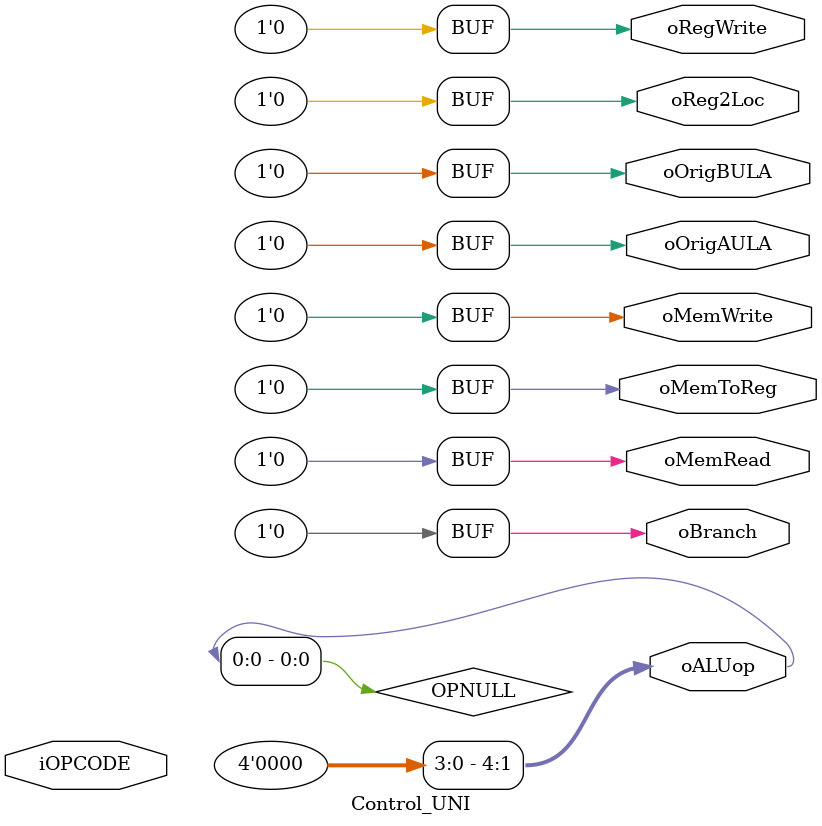
<source format=v>
`ifndef PARAM
	`include "../Parametros.v"
`endif

 
/*
* CONTROLE MUX's:
    Descrição do controle do multiplexadores.
    oOrigAULA(Controle a entrada A da ULA de inteiros):
    |=| 1 => R[rs1](Leitura do registrador RS1 int),
    |=| 2 => PC(Program Counter).
	 
    oOrigAULA(Controle a entrada B da ULA):
    |=| 1 => R[rs2](Leitura do registrador RS2 int),
    |=| 2 => Imediato.
	 
    oRegWrite(Habilita/Desabilita a escrita no banco de registradores de inteiros):
    |=| 0 => Escrita desabilitada,
    |=| 1 => Escrita habilitada.
	 
    oMemWrite(Habilita/Desabilita a escrita na memória):
    |=| 0 => Escrita desabilitada,
    |=| 1 => Escrita habilitada.
	 
    oMeoMemReadmWrite(Habilita/Desabilita a leitura da memória):
    |=| 0 => Leitura desabilitada,
    |=| 1 => Leitura habilitada.
	 
    oOrigMemD(Define qual registrador, inteiros ou ponto flutuante, será escrito na memória):
    |=| 0 => R[rs2](Registrador RS2 int),
    |=| 1 => F[rs2](Registrador RS2 float).
	 
    oFPRegWrite(Habilita/Desabilita a escrita no banco de registrador de ponto flutuante):
    |=| 0 => Escrita desabilitada,
    |=| 1 => Escrita habilitada.  
	 
    oFPOrigA(Controle a entrada B da FPULA):
    |=| 1 => F[rs1](Leitura do registrador RS1 float),
    |=| 2 => R[rs1](Leitura do registrador RS1 int).
	 
    oOrigPC(Controle o registrador PC):
    |=| 0 => PC + 4,
    |=| 1 => (Branch == true)? BranchPC : PC + 4,
    |=| 2 => BranchPC,
    |=| 3 => (R[rs1] + Imediato) << 1.
	 
    oFPMem2Reg(Controla a entrada de dados no banco de registradores de ponto flutuante):
    |=| 0 => Resultado da FPULA,
    |=| 1 => MEM[R[rs1] + Imediato](Conteúdo lido da memória no endereço (R[rs1] + Immediate)),
    |=| 2 => R[rs1](Registrado RS1 int).
	 
    oMem2Reg(Controla a entrada de dados no banco de registrador de inteiros):
    |=| 0 => Resultado da ULA,
    |=| 1 => PC + 4,
    |=| 2 => MEM[R[rs1] + Imediato](Conteúdo lido da memória no endereço (R[rs1] + Immediate)),
    |=| 3 => Resultado da FPULA,
    |=| 4 => Resultado da comparação da FPULA(F[rs1] comp F[rs2]),
    |=| 5 => F[rs1](Leitura do registrador RS1 float).
    oALUControl(Controla a operação da ULA).
    oFPALUControl(Controla a operação da FPULA).  
*/

module Control_UNI(
    input  [10:0]   iOPCODE, 
    // ULA
    output    	 	oOrigAULA, oOrigBULA,
    output [4:0]    oALUop,

    output          oReg2Loc, oBranch, oMemRead, oMemWrite, oMemToReg, oRegWrite
);

always @(*)
    case (iOPCODE)
        
        default:
				begin
					oOrigAULA   <= 0;
					oOrigBULA   <= 0;
					oALUop      <= OPNULL;
					oReg2Loc    <= 0;
					oBranch     <= 0;
					oMemRead    <= 0;
					oMemWrite   <= 0;
					oMemToReg   <= 0;
					oRegWrite   <= 0;
				end
    endcase

endmodule
</source>
